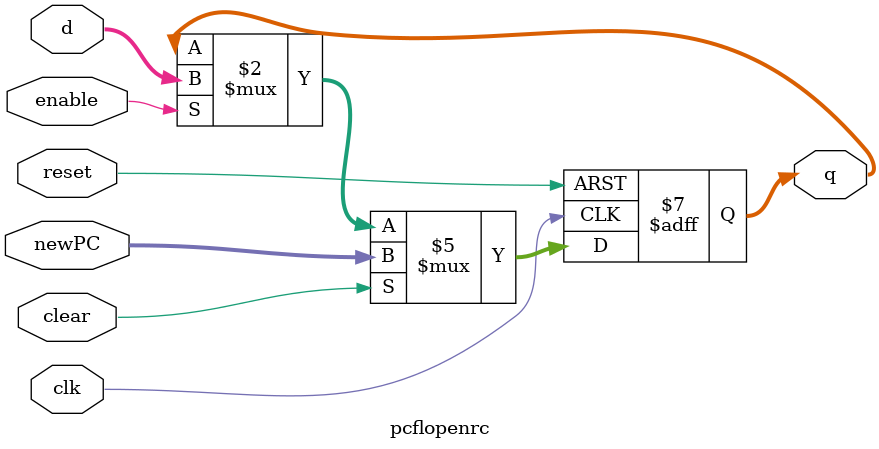
<source format=v>
`timescale 1ns / 1ps


module pcflopenrc # (parameter WIDTH = 8)(
	input clk, reset, enable,clear,
	input [WIDTH-1:0] d,
	input [WIDTH-1:0] newPC,
	output reg [WIDTH-1:0] q
	);
	always @(posedge clk, posedge reset)
		if(reset)			q <= 32'hbfc00000;
		else if(clear) 		q <= newPC;
		else if(enable) 	q <= d;
endmodule

</source>
